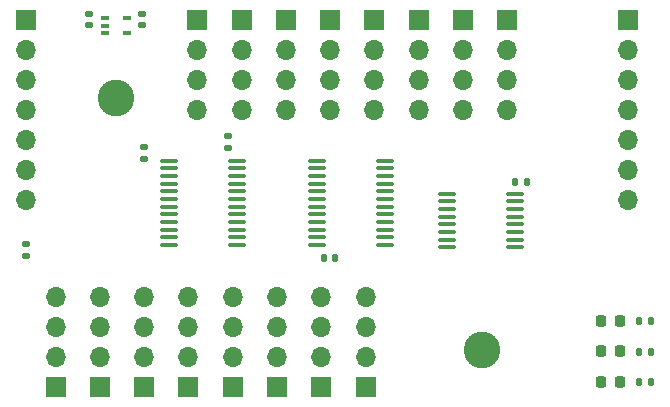
<source format=gbr>
%TF.GenerationSoftware,KiCad,Pcbnew,7.0.1*%
%TF.CreationDate,2024-10-11T19:25:02-04:00*%
%TF.ProjectId,BusChain,42757343-6861-4696-9e2e-6b696361645f,rev?*%
%TF.SameCoordinates,Original*%
%TF.FileFunction,Soldermask,Top*%
%TF.FilePolarity,Negative*%
%FSLAX46Y46*%
G04 Gerber Fmt 4.6, Leading zero omitted, Abs format (unit mm)*
G04 Created by KiCad (PCBNEW 7.0.1) date 2024-10-11 19:25:02*
%MOMM*%
%LPD*%
G01*
G04 APERTURE LIST*
G04 Aperture macros list*
%AMRoundRect*
0 Rectangle with rounded corners*
0 $1 Rounding radius*
0 $2 $3 $4 $5 $6 $7 $8 $9 X,Y pos of 4 corners*
0 Add a 4 corners polygon primitive as box body*
4,1,4,$2,$3,$4,$5,$6,$7,$8,$9,$2,$3,0*
0 Add four circle primitives for the rounded corners*
1,1,$1+$1,$2,$3*
1,1,$1+$1,$4,$5*
1,1,$1+$1,$6,$7*
1,1,$1+$1,$8,$9*
0 Add four rect primitives between the rounded corners*
20,1,$1+$1,$2,$3,$4,$5,0*
20,1,$1+$1,$4,$5,$6,$7,0*
20,1,$1+$1,$6,$7,$8,$9,0*
20,1,$1+$1,$8,$9,$2,$3,0*%
G04 Aperture macros list end*
%ADD10C,3.100000*%
%ADD11RoundRect,0.135000X0.185000X-0.135000X0.185000X0.135000X-0.185000X0.135000X-0.185000X-0.135000X0*%
%ADD12RoundRect,0.218750X0.218750X0.256250X-0.218750X0.256250X-0.218750X-0.256250X0.218750X-0.256250X0*%
%ADD13R,1.700000X1.700000*%
%ADD14O,1.700000X1.700000*%
%ADD15RoundRect,0.100000X-0.637500X-0.100000X0.637500X-0.100000X0.637500X0.100000X-0.637500X0.100000X0*%
%ADD16RoundRect,0.135000X-0.135000X-0.185000X0.135000X-0.185000X0.135000X0.185000X-0.135000X0.185000X0*%
%ADD17R,0.650000X0.400000*%
%ADD18RoundRect,0.140000X0.140000X0.170000X-0.140000X0.170000X-0.140000X-0.170000X0.140000X-0.170000X0*%
%ADD19RoundRect,0.140000X-0.170000X0.140000X-0.170000X-0.140000X0.170000X-0.140000X0.170000X0.140000X0*%
%ADD20RoundRect,0.100000X0.637500X0.100000X-0.637500X0.100000X-0.637500X-0.100000X0.637500X-0.100000X0*%
G04 APERTURE END LIST*
D10*
%TO.C,REF\u002A\u002A*%
X58100000Y-50000000D03*
%TD*%
%TO.C,REF\u002A\u002A*%
X27100000Y-28600000D03*
%TD*%
D11*
%TO.C,R2*%
X29500000Y-33810000D03*
X29500000Y-32790000D03*
%TD*%
%TO.C,R1*%
X19500000Y-42020000D03*
X19500000Y-41000000D03*
%TD*%
D12*
%TO.C,D3*%
X69750000Y-52680000D03*
X68175000Y-52680000D03*
%TD*%
%TO.C,D1*%
X69750000Y-47500000D03*
X68175000Y-47500000D03*
%TD*%
D13*
%TO.C,J4*%
X52750000Y-22000000D03*
D14*
X52750000Y-24540000D03*
X52750000Y-27080000D03*
X52750000Y-29620000D03*
%TD*%
D15*
%TO.C,U5*%
X31637500Y-33925000D03*
X31637500Y-34575000D03*
X31637500Y-35225000D03*
X31637500Y-35875000D03*
X31637500Y-36525000D03*
X31637500Y-37175000D03*
X31637500Y-37825000D03*
X31637500Y-38475000D03*
X31637500Y-39125000D03*
X31637500Y-39775000D03*
X31637500Y-40425000D03*
X31637500Y-41075000D03*
X37362500Y-41075000D03*
X37362500Y-40425000D03*
X37362500Y-39775000D03*
X37362500Y-39125000D03*
X37362500Y-38475000D03*
X37362500Y-37825000D03*
X37362500Y-37175000D03*
X37362500Y-36525000D03*
X37362500Y-35875000D03*
X37362500Y-35225000D03*
X37362500Y-34575000D03*
X37362500Y-33925000D03*
%TD*%
D13*
%TO.C,J15*%
X40750000Y-53120000D03*
D14*
X40750000Y-50580000D03*
X40750000Y-48040000D03*
X40750000Y-45500000D03*
%TD*%
D16*
%TO.C,R3*%
X71402500Y-47500000D03*
X72422500Y-47500000D03*
%TD*%
D17*
%TO.C,U2*%
X26150000Y-21850000D03*
X26150000Y-22500000D03*
X26150000Y-23150000D03*
X28050000Y-23150000D03*
X28050000Y-21850000D03*
%TD*%
D13*
%TO.C,J8*%
X37750000Y-22000000D03*
D14*
X37750000Y-24540000D03*
X37750000Y-27080000D03*
X37750000Y-29620000D03*
%TD*%
D16*
%TO.C,R5*%
X71402500Y-52700000D03*
X72422500Y-52700000D03*
%TD*%
D13*
%TO.C,J11*%
X25750000Y-53120000D03*
D14*
X25750000Y-50580000D03*
X25750000Y-48040000D03*
X25750000Y-45500000D03*
%TD*%
D13*
%TO.C,J5*%
X49000000Y-22000000D03*
D14*
X49000000Y-24540000D03*
X49000000Y-27080000D03*
X49000000Y-29620000D03*
%TD*%
D13*
%TO.C,J2*%
X60250000Y-22000000D03*
D14*
X60250000Y-24540000D03*
X60250000Y-27080000D03*
X60250000Y-29620000D03*
%TD*%
D13*
%TO.C,J7*%
X41500000Y-22000000D03*
D14*
X41500000Y-24540000D03*
X41500000Y-27080000D03*
X41500000Y-29620000D03*
%TD*%
D13*
%TO.C,J14*%
X37000000Y-53120000D03*
D14*
X37000000Y-50580000D03*
X37000000Y-48040000D03*
X37000000Y-45500000D03*
%TD*%
D13*
%TO.C,J16*%
X44500000Y-53120000D03*
D14*
X44500000Y-50580000D03*
X44500000Y-48040000D03*
X44500000Y-45500000D03*
%TD*%
D16*
%TO.C,R4*%
X71402500Y-50100000D03*
X72422500Y-50100000D03*
%TD*%
D18*
%TO.C,C3*%
X61880000Y-35750000D03*
X60920000Y-35750000D03*
%TD*%
%TO.C,C5*%
X45680000Y-42150000D03*
X44720000Y-42150000D03*
%TD*%
D15*
%TO.C,U4*%
X55137500Y-36725000D03*
X55137500Y-37375000D03*
X55137500Y-38025000D03*
X55137500Y-38675000D03*
X55137500Y-39325000D03*
X55137500Y-39975000D03*
X55137500Y-40625000D03*
X55137500Y-41275000D03*
X60862500Y-41275000D03*
X60862500Y-40625000D03*
X60862500Y-39975000D03*
X60862500Y-39325000D03*
X60862500Y-38675000D03*
X60862500Y-38025000D03*
X60862500Y-37375000D03*
X60862500Y-36725000D03*
%TD*%
D13*
%TO.C,J13*%
X33250000Y-53120000D03*
D14*
X33250000Y-50580000D03*
X33250000Y-48040000D03*
X33250000Y-45500000D03*
%TD*%
D13*
%TO.C,J10*%
X22000000Y-53120000D03*
D14*
X22000000Y-50580000D03*
X22000000Y-48040000D03*
X22000000Y-45500000D03*
%TD*%
D13*
%TO.C,J12*%
X29500000Y-53120000D03*
D14*
X29500000Y-50580000D03*
X29500000Y-48040000D03*
X29500000Y-45500000D03*
%TD*%
D12*
%TO.C,D2*%
X69750000Y-50090000D03*
X68175000Y-50090000D03*
%TD*%
D13*
%TO.C,J3*%
X56500000Y-22000000D03*
D14*
X56500000Y-24540000D03*
X56500000Y-27080000D03*
X56500000Y-29620000D03*
%TD*%
D19*
%TO.C,C1*%
X24850000Y-21520000D03*
X24850000Y-22480000D03*
%TD*%
D13*
%TO.C,J6*%
X45250000Y-22000000D03*
D14*
X45250000Y-24540000D03*
X45250000Y-27080000D03*
X45250000Y-29620000D03*
%TD*%
D13*
%TO.C,J17*%
X48250000Y-53120000D03*
D14*
X48250000Y-50580000D03*
X48250000Y-48040000D03*
X48250000Y-45500000D03*
%TD*%
D13*
%TO.C,J1*%
X19500000Y-22000000D03*
D14*
X19500000Y-24540000D03*
X19500000Y-27080000D03*
X19500000Y-29620000D03*
X19500000Y-32160000D03*
X19500000Y-34700000D03*
X19500000Y-37240000D03*
%TD*%
D20*
%TO.C,U6*%
X49862500Y-41075000D03*
X49862500Y-40425000D03*
X49862500Y-39775000D03*
X49862500Y-39125000D03*
X49862500Y-38475000D03*
X49862500Y-37825000D03*
X49862500Y-37175000D03*
X49862500Y-36525000D03*
X49862500Y-35875000D03*
X49862500Y-35225000D03*
X49862500Y-34575000D03*
X49862500Y-33925000D03*
X44137500Y-33925000D03*
X44137500Y-34575000D03*
X44137500Y-35225000D03*
X44137500Y-35875000D03*
X44137500Y-36525000D03*
X44137500Y-37175000D03*
X44137500Y-37825000D03*
X44137500Y-38475000D03*
X44137500Y-39125000D03*
X44137500Y-39775000D03*
X44137500Y-40425000D03*
X44137500Y-41075000D03*
%TD*%
D13*
%TO.C,J18*%
X70500000Y-22000000D03*
D14*
X70500000Y-24540000D03*
X70500000Y-27080000D03*
X70500000Y-29620000D03*
X70500000Y-32160000D03*
X70500000Y-34700000D03*
X70500000Y-37240000D03*
%TD*%
D19*
%TO.C,C2*%
X29350000Y-21520000D03*
X29350000Y-22480000D03*
%TD*%
D13*
%TO.C,J9*%
X34000000Y-22000000D03*
D14*
X34000000Y-24540000D03*
X34000000Y-27080000D03*
X34000000Y-29620000D03*
%TD*%
D19*
%TO.C,C4*%
X36600000Y-31870000D03*
X36600000Y-32830000D03*
%TD*%
M02*

</source>
